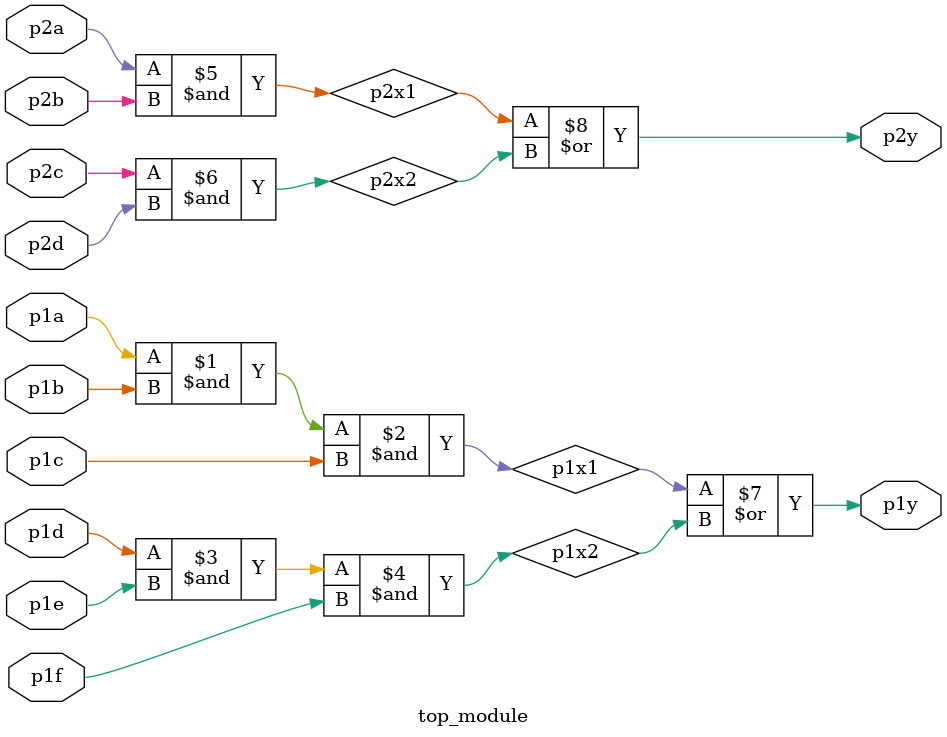
<source format=sv>
module top_module(
	input p1a, 
	input p1b, 
	input p1c, 
	input p1d,
	input p1e,
	input p1f,
	output p1y, 
	input p2a, 
	input p2b, 
	input p2c, 
	input p2d, 
	output p2y
);

// Intermediate wires for the AND gates
wire p1x1, p1x2, p2x1, p2x2;

// AND gates
assign p1x1 = p1a & p1b & p1c;
assign p1x2 = p1d & p1e & p1f;
assign p2x1 = p2a & p2b;
assign p2x2 = p2c & p2d;

// OR gates
assign p1y = p1x1 | p1x2;
assign p2y = p2x1 | p2x2;

endmodule

</source>
